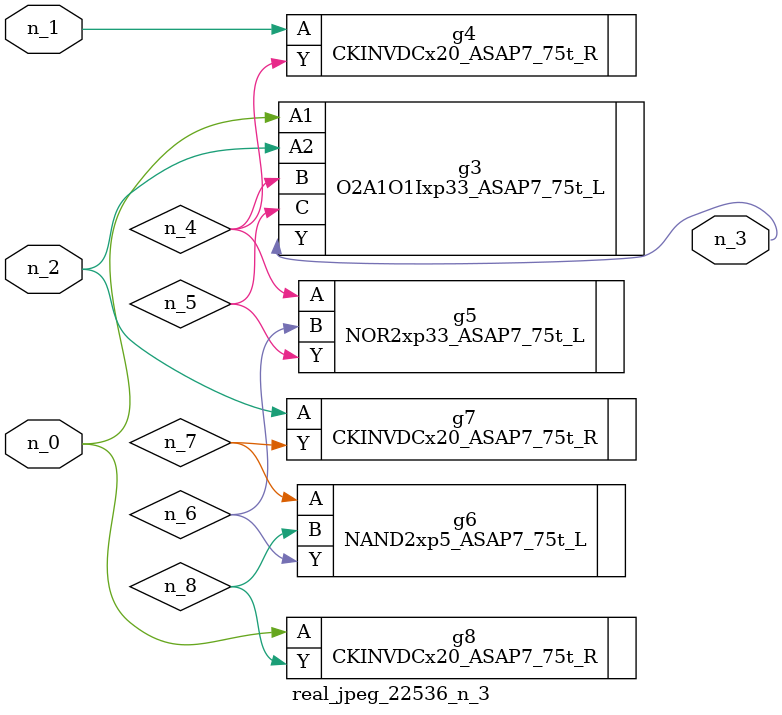
<source format=v>
module real_jpeg_22536_n_3 (n_1, n_0, n_2, n_3);

input n_1;
input n_0;
input n_2;

output n_3;

wire n_5;
wire n_4;
wire n_8;
wire n_6;
wire n_7;

O2A1O1Ixp33_ASAP7_75t_L g3 ( 
.A1(n_0),
.A2(n_2),
.B(n_4),
.C(n_5),
.Y(n_3)
);

CKINVDCx20_ASAP7_75t_R g8 ( 
.A(n_0),
.Y(n_8)
);

CKINVDCx20_ASAP7_75t_R g4 ( 
.A(n_1),
.Y(n_4)
);

CKINVDCx20_ASAP7_75t_R g7 ( 
.A(n_2),
.Y(n_7)
);

NOR2xp33_ASAP7_75t_L g5 ( 
.A(n_4),
.B(n_6),
.Y(n_5)
);

NAND2xp5_ASAP7_75t_L g6 ( 
.A(n_7),
.B(n_8),
.Y(n_6)
);


endmodule
</source>
